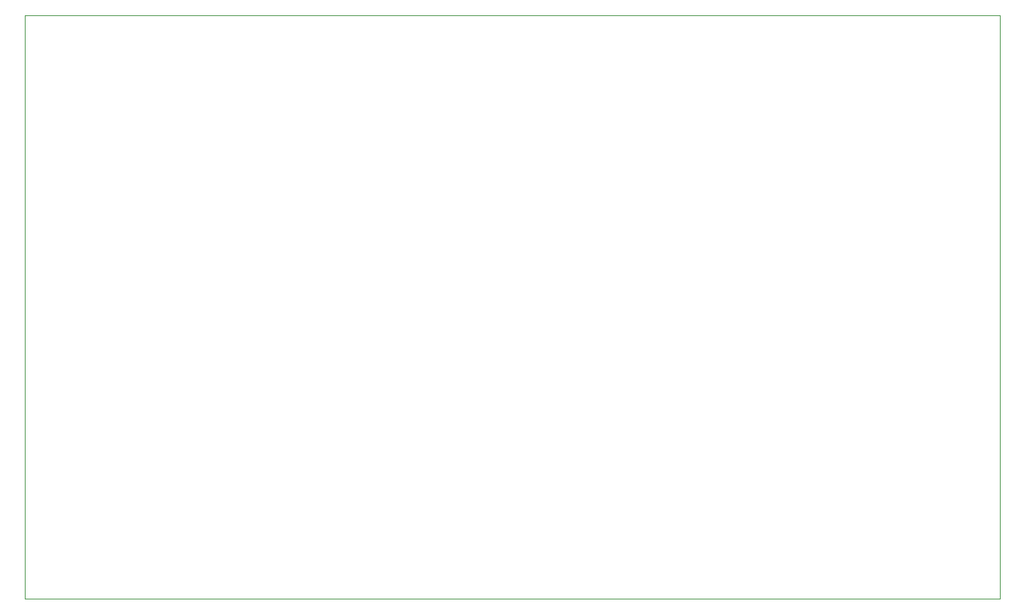
<source format=gbr>
%TF.GenerationSoftware,KiCad,Pcbnew,(6.0.4-0)*%
%TF.CreationDate,2022-03-29T19:53:51-03:00*%
%TF.ProjectId,ESP-pwm_8ch-V1,4553502d-7077-46d5-9f38-63682d56312e,rev?*%
%TF.SameCoordinates,Original*%
%TF.FileFunction,Profile,NP*%
%FSLAX46Y46*%
G04 Gerber Fmt 4.6, Leading zero omitted, Abs format (unit mm)*
G04 Created by KiCad (PCBNEW (6.0.4-0)) date 2022-03-29 19:53:51*
%MOMM*%
%LPD*%
G01*
G04 APERTURE LIST*
%TA.AperFunction,Profile*%
%ADD10C,0.100000*%
%TD*%
G04 APERTURE END LIST*
D10*
X64770000Y-132080000D02*
X177770000Y-132080000D01*
X177770000Y-64280000D02*
X64770000Y-64280000D01*
X177770000Y-132080000D02*
X177770000Y-64280000D01*
X64770000Y-64280000D02*
X64770000Y-132080000D01*
M02*

</source>
